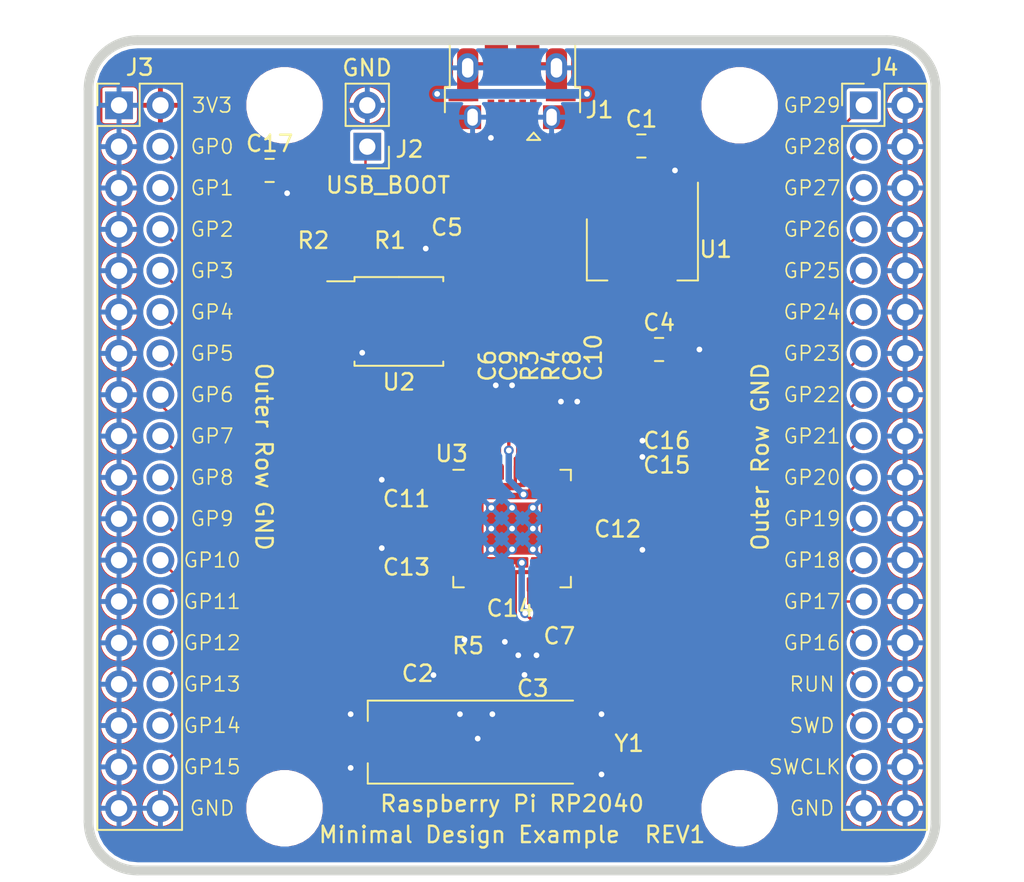
<source format=kicad_pcb>
(kicad_pcb (version 20211014) (generator pcbnew)
  (title_block (title "RP2040 Minimal Design Example") (date "2020-07-13") (rev "REV1") (company "Raspberry Pi (Trading) Ltd"))
  (layers (0 "F.Cu" signal) (31 "B.Cu" signal) (34 "B.Paste" user) (35 "F.Paste" user) (36 "B.SilkS" user "B.Silkscreen") (37 "F.SilkS" user "F.Silkscreen") (38 "B.Mask" user) (39 "F.Mask" user) (44 "Edge.Cuts" user))
  (net 0 "")
  (net 1 "GND")
  (net 2 "VBUS")
  (net 3 "/XIN")
  (net 4 "/XOUT")
  (net 5 "+3V3")
  (net 6 "+1V1")
  (net 7 "Net-(J1-Pad4)")
  (net 8 "/~{USB_BOOT}")
  (net 9 "/GPIO15")
  (net 10 "/GPIO14")
  (net 11 "/GPIO13")
  (net 12 "/GPIO12")
  (net 13 "/GPIO11")
  (net 14 "/GPIO10")
  (net 15 "/GPIO9")
  (net 16 "/GPIO8")
  (net 17 "/GPIO7")
  (net 18 "/GPIO6")
  (net 19 "/GPIO5")
  (net 20 "/GPIO4")
  (net 21 "/GPIO3")
  (net 22 "/GPIO2")
  (net 23 "/GPIO1")
  (net 24 "/GPIO0")
  (net 25 "/GPIO29_ADC3")
  (net 26 "/GPIO28_ADC2")
  (net 27 "/GPIO27_ADC1")
  (net 28 "/GPIO26_ADC0")
  (net 29 "/GPIO25")
  (net 30 "/GPIO24")
  (net 31 "/GPIO23")
  (net 32 "/GPIO22")
  (net 33 "/GPIO21")
  (net 34 "/GPIO20")
  (net 35 "/GPIO19")
  (net 36 "/GPIO18")
  (net 37 "/GPIO17")
  (net 38 "/GPIO16")
  (net 39 "/RUN")
  (net 40 "/SWD")
  (net 41 "/SWCLK")
  (net 42 "/QSPI_SS")
  (net 43 "Net-(R3-Pad2)")
  (net 44 "Net-(R4-Pad2)")
  (net 45 "/QSPI_SD3")
  (net 46 "/QSPI_SCLK")
  (net 47 "/QSPI_SD0")
  (net 48 "/QSPI_SD2")
  (net 49 "/QSPI_SD1")
  (net 50 "/USB_D+")
  (net 51 "/USB_D-")
  (net 52 "Net-(C3-Pad1)")
  (footprint "Capacitor_SMD:C_0805_2012Metric" (layer "F.Cu") (at 109.025 89)
    (fp_text reference "C4")
    (fp_text value "10u")
  )
  (footprint "RP2040_minimal:USB_Micro-B_Amphenol_10103594-0001LF_Horizontal_modified" (layer "F.Cu") (at 100 71.7 180)
    (fp_text reference "J1")
    (fp_text value "USB_B_Micro")
  )
  (footprint "Connector_PinHeader_2.54mm:PinHeader_1x02_P2.54mm_Vertical" (layer "F.Cu") (at 91.11 76.54 180)
    (fp_text reference "J2")
    (fp_text value "Conn_01x02")
  )
  (footprint "Connector_PinHeader_2.54mm:PinHeader_2x18_P2.54mm_Vertical" (layer "F.Cu") (at 75.87 74)
    (fp_text reference "J3")
    (fp_text value "Conn_02x18_Odd_Even")
  )
  (footprint "Capacitor_SMD:C_0402_1005Metric" (layer "F.Cu") (at 104 93.515 90)
    (fp_text reference "C10")
    (fp_text value "1u")
  )
  (footprint "Capacitor_SMD:C_0402_1005Metric" (layer "F.Cu") (at 103 93.515 90)
    (fp_text reference "C8")
    (fp_text value "1u")
  )
  (footprint "Capacitor_SMD:C_0402_1005Metric" (layer "F.Cu") (at 93.515 101.2 180)
    (fp_text reference "C13")
    (fp_text value "100n")
  )
  (footprint "Capacitor_SMD:C_0402_1005Metric" (layer "F.Cu") (at 96.185 82.83 180)
    (fp_text reference "C5")
    (fp_text value "100n")
  )
  (footprint "Capacitor_SMD:C_0402_1005Metric" (layer "F.Cu") (at 89.5 82.315 -90)
    (fp_text reference "R2")
    (fp_text value "DNF")
  )
  (footprint "Connector_PinHeader_2.54mm:PinHeader_2x18_P2.54mm_Vertical" (layer "F.Cu") (at 121.59 74)
    (fp_text reference "J4")
    (fp_text value "Conn_02x18_Odd_Even")
  )
  (footprint "Package_TO_SOT_SMD:SOT-223-3_TabPin2" (layer "F.Cu") (at 108 82.85 -90)
    (fp_text reference "U1")
    (fp_text value "NCP1117-3.3_SOT223")
  )
  (footprint "Package_SO:SOIC-8_5.23x5.23mm_P1.27mm" (layer "F.Cu") (at 93.05 87.275)
    (fp_text reference "U2")
    (fp_text value "W25Q128JVS")
  )
  (footprint "Capacitor_SMD:C_0402_1005Metric" (layer "F.Cu") (at 99.485 109)
    (fp_text reference "C3")
    (fp_text value "27p")
  )
  (footprint "Capacitor_SMD:C_0402_1005Metric" (layer "F.Cu") (at 91 82.315 90)
    (fp_text reference "R1")
    (fp_text value "1k")
  )
  (footprint "Capacitor_SMD:C_0402_1005Metric" (layer "F.Cu") (at 100 92.515 90)
    (fp_text reference "C9")
    (fp_text value "100n")
  )
  (footprint "Capacitor_SMD:C_0402_1005Metric" (layer "F.Cu") (at 106.485 101.2)
    (fp_text reference "C12")
    (fp_text value "100n")
  )
  (footprint "Capacitor_SMD:C_0402_1005Metric" (layer "F.Cu") (at 100.381 106.485 -90)
    (fp_text reference "C14")
    (fp_text value "100n")
  )
  (footprint "Capacitor_SMD:C_0402_1005Metric" (layer "F.Cu") (at 101 93.515 -90)
    (fp_text reference "R3")
    (fp_text value "27")
  )
  (footprint "Capacitor_SMD:C_0402_1005Metric" (layer "F.Cu") (at 101.5 106.485 -90)
    (fp_text reference "C7")
    (fp_text value "100n")
  )
  (footprint "Capacitor_SMD:C_0805_2012Metric" (layer "F.Cu") (at 107.9375 76.5)
    (fp_text reference "C1")
    (fp_text value "10u")
  )
  (footprint "Capacitor_SMD:C_0402_1005Metric" (layer "F.Cu") (at 93.515 97 180)
    (fp_text reference "C11")
    (fp_text value "100n")
  )
  (footprint "Capacitor_SMD:C_0402_1005Metric" (layer "F.Cu") (at 106.485 94.6)
    (fp_text reference "C16")
    (fp_text value "100n")
  )
  (footprint "RP2040_minimal:RP2040-QFN-56" (layer "F.Cu") (at 100 100)
    (fp_text reference "U3")
    (fp_text value "RP2040")
  )
  (footprint "Capacitor_SMD:C_0402_1005Metric" (layer "F.Cu") (at 96.515 109 180)
    (fp_text reference "C2")
    (fp_text value "27p")
  )
  (footprint "MountingHole:MountingHole_2.7mm_M2.5" (layer "F.Cu") (at 113.97 74)
    (fp_text reference "H2" hide)
    (fp_text value "MountingHole")
  )
  (footprint "Capacitor_SMD:C_0402_1005Metric" (layer "F.Cu") (at 102 93.515 -90)
    (fp_text reference "R4")
    (fp_text value "27")
  )
  (footprint "MountingHole:MountingHole_2.7mm_M2.5" (layer "F.Cu") (at 113.97 117.18)
    (fp_text reference "H3" hide)
    (fp_text value "MountingHole")
  )
  (footprint "Capacitor_SMD:C_0402_1005Metric" (layer "F.Cu") (at 99 92.515 90)
    (fp_text reference "C6")
    (fp_text value "100n")
  )
  (footprint "Capacitor_SMD:C_0402_1005Metric" (layer "F.Cu") (at 106.485 96)
    (fp_text reference "C15")
    (fp_text value "100n")
  )
  (footprint "Capacitor_SMD:C_0402_1005Metric" (layer "F.Cu") (at 98.7 107.115 -90)
    (fp_text reference "R5")
    (fp_text value "1k")
  )
  (footprint "MountingHole:MountingHole_2.7mm_M2.5" (layer "F.Cu") (at 86.03 74)
    (fp_text reference "H1" hide)
    (fp_text value "MountingHole")
  )
  (footprint "MountingHole:MountingHole_2.7mm_M2.5" (layer "F.Cu") (at 86.03 117.18)
    (fp_text reference "H4" hide)
    (fp_text value "MountingHole")
  )
  (footprint "RP2040_minimal:Crystal_SMD_HC49-US" (layer "F.Cu") (at 97.841 113.116)
    (fp_text reference "Y1")
    (fp_text value "ABLS-12.000MHZ-B4-T")
  )
  (footprint "Capacitor_SMD:C_0805_2012Metric" (layer "F.Cu") (at 85.115 78)
    (fp_text reference "C17")
    (fp_text value "10u")
  )
  (gr_line (start 123 121) (end 77 121) (layer "Edge.Cuts") (width 0.6))
  (gr_line (start 126 73) (end 126 118) (layer "Edge.Cuts") (width 0.6))
  (gr_line (start 77 70) (end 123 70) (layer "Edge.Cuts") (width 0.6))
  (gr_line (start 74 118) (end 74 73) (layer "Edge.Cuts") (width 0.6))
  (gr_arc (start 126 118) (mid 125.12132 120.12132) (end 123 121) (layer "Edge.Cuts") (width 0.6))
  (gr_arc (start 74 73) (mid 74.87868 70.87868) (end 77 70) (layer "Edge.Cuts") (width 0.6))
  (gr_arc (start 123 70) (mid 125.12132 70.87868) (end 126 73) (layer "Edge.Cuts") (width 0.6))
  (gr_arc (start 77 121) (mid 74.87868 120.12132) (end 74 118) (layer "Edge.Cuts") (width 0.6))
  (gr_text "GP1" (at 81.585 79.08) (layer "F.SilkS") (effects (font (size 0.9 0.9) (thickness 0.1))))
  (gr_text "GP2" (at 81.585 81.62) (layer "F.SilkS") (effects (font (size 0.9 0.9) (thickness 0.1))))
  (gr_text "GP3" (at 81.585 84.16) (layer "F.SilkS") (effects (font (size 0.9 0.9) (thickness 0.1))))
  (gr_text "GP4" (at 81.585 86.7) (layer "F.SilkS") (effects (font (size 0.9 0.9) (thickness 0.1))))
  (gr_text "GP5" (at 81.585 89.24) (layer "F.SilkS") (effects (font (size 0.9 0.9) (thickness 0.1))))
  (gr_text "GP6" (at 81.585 91.78) (layer "F.SilkS") (effects (font (size 0.9 0.9) (thickness 0.1))))
  (gr_text "GP7" (at 81.585 94.32) (layer "F.SilkS") (effects (font (size 0.9 0.9) (thickness 0.1))))
  (gr_text "GP8" (at 81.585 96.86) (layer "F.SilkS") (effects (font (size 0.9 0.9) (thickness 0.1))))
  (gr_text "GP9" (at 81.585 99.4) (layer "F.SilkS") (effects (font (size 0.9 0.9) (thickness 0.1))))
  (gr_text "GP11" (at 81.585 104.48) (layer "F.SilkS") (effects (font (size 0.9 0.9) (thickness 0.1))))
  (gr_text "GP10" (at 81.585 101.94) (layer "F.SilkS") (effects (font (size 0.9 0.9) (thickness 0.1))))
  (gr_text "GP12" (at 81.585 107.02) (layer "F.SilkS") (effects (font (size 0.9 0.9) (thickness 0.1))))
  (gr_text "GP13" (at 81.585 109.56) (layer "F.SilkS") (effects (font (size 0.9 0.9) (thickness 0.1))))
  (gr_text "GP15" (at 81.585 114.64) (layer "F.SilkS") (effects (font (size 0.9 0.9) (thickness 0.1))))
  (gr_text "GP14" (at 81.585 112.1) (layer "F.SilkS") (effects (font (size 0.9 0.9) (thickness 0.1))))
  (gr_text "GP28" (at 118.415 76.54) (layer "F.SilkS") (effects (font (size 0.9 0.9) (thickness 0.1))))
  (gr_text "GP27" (at 118.415 79.08) (layer "F.SilkS") (effects (font (size 0.9 0.9) (thickness 0.1))))
  (gr_text "GP26" (at 118.415 81.62) (layer "F.SilkS") (effects (font (size 0.9 0.9) (thickness 0.1))))
  (gr_text "GP25" (at 118.415 84.16) (layer "F.SilkS") (effects (font (size 0.9 0.9) (thickness 0.1))))
  (gr_text "GP24" (at 118.415 86.7) (layer "F.SilkS") (effects (font (size 0.9 0.9) (thickness 0.1))))
  (gr_text "GP23" (at 118.415 89.24) (layer "F.SilkS") (effects (font (size 0.9 0.9) (thickness 0.1))))
  (gr_text "GP21" (at 118.415 94.32) (layer "F.SilkS") (effects (font (size 0.9 0.9) (thickness 0.1))))
  (gr_text "GP20" (at 118.415 96.86) (layer "F.SilkS") (effects (font (size 0.9 0.9) (thickness 0.1))))
  (gr_text "GP19" (at 118.415 99.4) (layer "F.SilkS") (effects (font (size 0.9 0.9) (thickness 0.1))))
  (gr_text "GP17" (at 118.415 104.48) (layer "F.SilkS") (effects (font (size 0.9 0.9) (thickness 0.1))))
  (gr_text "GP22" (at 118.415 91.78) (layer "F.SilkS") (effects (font (size 0.9 0.9) (thickness 0.1))))
  (gr_text "GP18" (at 118.415 101.94) (layer "F.SilkS") (effects (font (size 0.9 0.9) (thickness 0.1))))
  (gr_text "SWCLK" (at 117.9705 114.64) (layer "F.SilkS") (effects (font (size 0.9 0.9) (thickness 0.1))))
  (gr_text "SWD" (at 118.415 112.1) (layer "F.SilkS") (effects (font (size 0.9 0.9) (thickness 0.1))))
  (gr_text "GP16" (at 118.415 107.02) (layer "F.SilkS") (effects (font (size 0.9 0.9) (thickness 0.1))))
  (gr_text "RUN" (at 118.415 109.56) (layer "F.SilkS") (effects (font (size 0.9 0.9) (thickness 0.1))))
  (gr_text "GND" (at 81.585 117.18) (layer "F.SilkS") (effects (font (size 0.9 0.9) (thickness 0.1))))
  (gr_text "GND" (at 118.415 117.18) (layer "F.SilkS") (effects (font (size 0.9 0.9) (thickness 0.1))))
  (gr_text "GP29" (at 118.415 74) (layer "F.SilkS") (effects (font (size 0.9 0.9) (thickness 0.1))))
  (gr_text "Outer Row GND" (at 84.76 95.59 270) (layer "F.SilkS") (effects (font (size 1 1))))
  (gr_text "Outer Row GND" (at 115.24 95.59 90) (layer "F.SilkS") (effects (font (size 1 1))))
  (gr_text "Raspberry Pi RP2040" (at 100 116.9) (layer "F.SilkS") (effects (font (size 1 1))))
  (gr_text "GND" (at 91.1 71.7) (layer "F.SilkS") (effects (font (size 1 1))))
  (gr_text "3V3" (at 81.585 74) (layer "F.SilkS") (effects (font (size 0.9 0.9) (thickness 0.1))))
  (gr_text "Minimal Design Example  REV1" (at 100 118.8) (layer "F.SilkS") (effects (font (size 1 1))))
  (gr_text "GP0" (at 81.585 76.54) (layer "F.SilkS") (effects (font (size 0.9 0.9) (thickness 0.1))))
  (gr_text "\nUSB_BOOT" (at 92.38 78.1) (layer "F.SilkS") (effects (font (size 1 1))))
  (segment (start 93.03 101.2) (end 92 101.2) (width 0.2) (layer "F.Cu") (net 1))
  (segment (start 96.03 109) (end 95.174 109) (width 0.2) (layer "F.Cu") (net 1))
  (segment (start 100.381 107.781984) (end 100.380994 107.78199) (width 0.2) (layer "F.Cu") (net 1))
  (segment (start 102.46 71.45) (end 102.73 71.72) (width 0.2) (layer "F.Cu") (net 1))
  (segment (start 99 103.4375) (end 99 104.6545) (width 0.15) (layer "F.Cu") (net 1))
  (segment (start 104 93.03) (end 104 92.2) (width 0.2) (layer "F.Cu") (net 1))
  (segment (start 86.19 79) (end 86.19 79.1) (width 0.15) (layer "F.Cu") (net 1))
  (segment (start 96.8 111.65) (end 96.8 110.599974) (width 0.2) (layer "F.Cu") (net 1))
  (segment (start 106.97 94.6) (end 108 94.6) (width 0.2) (layer "F.Cu") (net 1))
  (segment (start 100.96 71.45) (end 102.46 71.45) (width 0.2) (layer "F.Cu") (net 1))
  (segment (start 103 93.03) (end 103 92.2) (width 0.2) (layer "F.Cu") (net 1))
  (segment (start 100 92.03) (end 100 91.2) (width 0.2) (layer "F.Cu") (net 1))
  (segment (start 95.7 82.83) (end 95.405 82.83) (width 0.2) (layer "F.Cu") (net 1))
  (segment (start 99.04 71.45) (end 97.54 71.45) (width 0.2) (layer "F.Cu") (net 1))
  (segment (start 93.03 97) (end 92 97) (width 0.2) (layer "F.Cu") (net 1))
  (segment (start 99 104.6545) (end 97.079 106.5755) (width 0.15) (layer "F.Cu") (net 1))
  (segment (start 86.14 78.95) (end 86.19 79) (width 0.15) (layer "F.Cu") (net 1))
  (segment (start 99.5555 108.2655) (end 99.5555 108.0995) (width 0.15) (layer "F.Cu") (net 1))
  (segment (start 90.78 89.18) (end 90.8 89.2) (width 0.2) (layer "F.Cu") (net 1))
  (segment (start 108.875 76.5) (end 108.875 76.875) (width 0.2) (layer "F.Cu") (net 1))
  (segment (start 99 92.03) (end 99 91.200008) (width 0.2) (layer "F.Cu") (net 1))
  (segment (start 106.97 101.2) (end 107.075 101.305) (width 0.2) (layer "F.Cu") (net 1))
  (segment (start 89.45 89.18) (end 90.78 89.18) (width 0.2) (layer "F.Cu") (net 1))
  (segment (start 99.97 109) (end 100.7505 109) (width 0.15) (layer "F.Cu") (net 1))
  (segment (start 99.97 108.68) (end 99.5555 108.2655) (width 0.15) (layer "F.Cu") (net 1))
  (segment (start 110.05 89) (end 111.5 89) (width 0.2) (layer "F.Cu") (net 1))
  (segment (start 108.875 76.875) (end 110 78) (width 0.2) (layer "F.Cu") (net 1))
  (segment (start 100.381 106.97) (end 100.381 107.781984) (width 0.2) (layer "F.Cu") (net 1))
  (segment (start 100.7505 109) (end 100.762 108.9885) (width 0.15) (layer "F.Cu") (net 1))
  (segment (start 107.075 101.305) (end 108 101.305) (width 0.2) (layer "F.Cu") (net 1))
  (segment (start 97.54 71.45) (end 97.27 71.72) (width 0.2) (layer "F.Cu") (net 1))
  (segment (start 98.7 74.6) (end 98.7 76) (width 0.2) (layer "F.Cu") (net 1))
  (segment (start 110.3 78.3) (end 110 78) (width 0.2) (layer "F.Cu") (net 1))
  (segment (start 101.5 106.97) (end 101.5 107.782004) (width 0.2) (layer "F.Cu") (net 1))
  (segment (start 106.97 96) (end 107.6 96) (width 0.15) (layer "F.Cu") (net 1))
  (segment (start 99 113.35) (end 99 114.4) (width 0.2) (layer "F.Cu") (net 1))
  (segment (start 107.6 96) (end 108 95.6) (width 0.15) (layer "F.Cu") (net 1))
  (segment (start 99.97 109) (end 99.97 108.68) (width 0.15) (layer "F.Cu") (net 1))
  (segment (start 95.405 82.83) (end 95.375 82.8) (width 0.2) (layer "F.Cu") (net 1))
  (segment (start 86.14 78) (end 86.14 79.25) (width 0.15) (layer "F.Cu") (net 1))
  (segment (start 110.3 79.7) (end 110.3 78.3) (width 0.2) (layer "F.Cu") (net 1))
  (segment (start 97.079 106.5755) (end 97.079 106.8295) (width 0.15) (layer "F.Cu") (net 1))
  (segment (start 95.375 82.8) (end 94.7 82.8) (width 0.2) (layer "F.Cu") (net 1))
  (via (at 99.5555 106.9565) (size 0.6) (drill 0.35) (layers "F.Cu" "B.Cu") (net 1))
  (via (at 97.89 112.9) (size 0.6) (drill 0.35) (layers "F.Cu" "B.Cu") (net 1))
  (via (at 98.79 111.4) (size 0.6) (drill 0.35) (layers "F.Cu" "B.Cu") (net 1))
  (via (at 90.09 114.7) (size 0.6) (drill 0.35) (layers "F.Cu" "B.Cu") (net 1))
  (via (at 90.09 111.4) (size 0.6) (drill 0.35) (layers "F.Cu" "B.Cu") (net 1))
  (via (at 105.49 111.4) (size 0.6) (drill 0.35) (layers "F.Cu" "B.Cu") (net 1))
  (via (at 101.5 107.782004) (size 0.6) (drill 0.35) (layers "F.Cu" "B.Cu") (net 1))
  (via (at 110 78) (size 0.6) (drill 0.35) (layers "F.Cu" "B.Cu") (net 1))
  (via (at 99 91.200008) (size 0.6) (drill 0.35) (layers "F.Cu" "B.Cu") (net 1))
  (via (at 98.7 76) (size 0.6) (drill 0.35) (layers "F.Cu" "B.Cu") (net 1))
  (via (at 105.49 115.1) (size 0.6) (drill 0.35) (layers "F.Cu" "B.Cu") (net 1))
  (via (at 97.079 106.8295) (size 0.6) (drill 0.35) (layers "F.Cu" "B.Cu") (net 1))
  (via (at 94.7 82.8) (size 0.6) (drill 0.35) (layers "F.Cu" "B.Cu") (net 1))
  (via (at 103 92.2) (size 0.6) (drill 0.35) (layers "F.Cu" "B.Cu") (net 1))
  (via (at 95.174 109) (size 0.6) (drill 0.35) (layers "F.Cu" "B.Cu") (net 1))
  (via (at 100.762 108.9885) (size 0.6) (drill 0.35) (layers "F.Cu" "B.Cu") (net 1))
  (via (at 108 95.6) (size 0.6) (drill 0.35) (layers "F.Cu" "B.Cu") (net 1))
  (via (at 108 94.6) (size 0.6) (drill 0.35) (layers "F.Cu" "B.Cu") (net 1))
  (via (at 111.5 89) (size 0.6) (drill 0.35) (layers "F.Cu" "B.Cu") (net 1))
  (via (at 92 97) (size 0.6) (drill 0.35) (layers "F.Cu" "B.Cu") (net 1))
  (via (at 104 92.2) (size 0.6) (drill 0.35) (layers "F.Cu" "B.Cu") (net 1))
  (via (at 108 101.305) (size 0.6) (drill 0.35) (layers "F.Cu" "B.Cu") (net 1))
  (via (at 100.380994 107.78199) (size 0.6) (drill 0.35) (layers "F.Cu" "B.Cu") (net 1))
  (via (at 96.8 111.4) (size 0.6) (drill 0.35) (layers "F.Cu" "B.Cu") (net 1))
  (via (at 90.8 89.2) (size 0.6) (drill 0.35) (layers "F.Cu" "B.Cu") (net 1))
  (via (at 92 101.2) (size 0.6) (drill 0.35) (layers "F.Cu" "B.Cu") (net 1))
  (via (at 100 91.2) (size 0.6) (drill 0.35) (layers "F.Cu" "B.Cu") (net 1))
  (via (at 86.19 79.4) (size 0.6) (drill 0.35) (layers "F.Cu" "B.Cu") (net 1))
  (segment (start 104 93) (end 103.8 93) (width 0.2) (layer "B.Cu") (net 1))
  (segment (start 103.8 93) (end 103.299999 92.499999) (width 0.2) (layer "B.Cu") (net 1))
  (segment (start 103.299999 92.499999) (end 103 92.2) (width 0.2) (layer "B.Cu") (net 1))
  (segment (start 101.3 74.525) (end 101.3 75.5) (width 0.4) (layer "F.Cu") (net 2))
  (segment (start 101.3 75.5) (end 102.1 76.3) (width 0.4) (layer "F.Cu") (net 2))
  (segment (start 97.6505 109.6505) (end 97.6505 111.7825) (width 0.15) (layer "F.Cu") (net 3))
  (segment (start 99.4 104.937861) (end 97.8 106.537861) (width 0.15) (layer "F.Cu") (net 3))
  (segment (start 97.6505 111.7825) (end 96.317 113.116) (width 0.15) (layer "F.Cu") (net 3))
  (segment (start 96.317 113.116) (end 93.341 113.116) (width 0.15) (layer "F.Cu") (net 3))
  (segment (start 97.8 108.2) (end 97 109) (width 0.15) (layer "F.Cu") (net 3))
  (segment (start 97.8 106.537861) (end 97.8 108.2) (width 0.15) (layer "F.Cu") (net 3))
  (segment (start 97 109) (end 97.6505 109.6505) (width 0.15) (layer "F.Cu") (net 3))
  (segment (start 99.4 103.4375) (end 99.4 104.937861) (width 0.15) (layer "F.Cu") (net 3))
  (segment (start 99.8 103.4375) (end 99.8 105.1) (width 0.15) (layer "F.Cu") (net 4))
  (segment (start 99.8 105.1) (end 98.7 106.2) (width 0.15) (layer "F.Cu") (net 4))
  (segment (start 98.7 106.2) (end 98.7 106.63) (width 0.15) (layer "F.Cu") (net 4))
  (segment (start 100.381 106) (end 100.701 106) (width 0.15) (layer "F.Cu") (net 5))
  (segment (start 100 93) (end 100 93.762534) (width 0.2) (layer "F.Cu") (net 5))
  (segment (start 108 86) (end 108 89) (width 0.2) (layer "F.Cu") (net 5))
  (segment (start 102.6 96.5625) (end 102.6 97.4) (width 0.2) (layer "F.Cu") (net 5))
  (segment (start 103.4375 97.4) (end 102.6 97.4) (width 0.2) (layer "F.Cu") (net 5))
  (segment (start 100.6 96.5625) (end 100.6 95.799998) (width 0.2) (layer "F.Cu") (net 5))
  (segment (start 103.4375 101) (end 105.8 101) (width 0.2) (layer "F.Cu") (net 5))
  (segment (start 102.2 96.5625) (end 102.2 97.2) (width 0.2) (layer "F.Cu") (net 5))
  (segment (start 100.2 96.5625) (end 100.2 97.4) (width 0.2) (layer "F.Cu") (net 5))
  (segment (start 100.6 97.2) (end 100.4 97.4) (width 0.2) (layer "F.Cu") (net 5))
  (segment (start 101.096505 108.307005) (end 102.141995 108.307005) (width 0.15) (layer "F.Cu") (net 5))
  (segment (start 100.2 103.4375) (end 100.2 102.8) (width 0.2) (layer "F.Cu") (net 5))
  (segment (start 100 93.762534) (end 100.350001 94.112535) (width 0.2) (layer "F.Cu") (net 5))
  (segment (start 100.2 105.5055) (end 100.381 105.6865) (width 0.2) (layer "F.Cu") (net 5))
  (segment (start 100.2 103.4375) (end 100.2 105.5055) (width 0.2) (layer "F.Cu") (net 5))
  (segment (start 102.2 97.2) (end 102.4 97.4) (width 0.2) (layer "F.Cu") (net 5))
  (segment (start 100.9525 108.163) (end 101.096505 108.307005) (width 0.15) (layer "F.Cu") (net 5))
  (segment (start 100.701 106) (end 100.9525 106.2515) (width 0.15) (layer "F.Cu") (net 5))
  (segment (start 100.2 97.4) (end 100.2 97) (width 0.2) (layer "F.Cu") (net 5))
  (segment (start 74.7 72.9) (end 74.7 75.2) (width 0.3) (layer "F.Cu") (net 5))
  (segment (start 96.65 82.85) (end 96.67 82.83) (width 0.2) (layer "F.Cu") (net 5))
  (segment (start 102.2 96.5625) (end 102.2 96.1) (width 0.2) (layer "F.Cu") (net 5))
  (segment (start 94.2 101) (end 94 101.2) (width 0.2) (layer "F.Cu") (net 5))
  (segment (start 96.5625 97.4) (end 95.7 97.4) (width 0.2) (layer "F.Cu") (net 5))
  (segment (start 96.65 85.37) (end 96.65 82.85) (width 0.2) (layer "F.Cu") (net 5))
  (segment (start 100.6 95.799998) (end 100.350001 95.549999) (width 0.2) (layer "F.Cu") (net 5))
  (segment (start 96.5625 97.4) (end 97.4 97.4) (width 0.2) (layer "F.Cu") (net 5))
  (segment (start 100.2 95.7) (end 100.2 96.5625) (width 0.2) (layer "F.Cu") (net 5))
  (segment (start 100.2 102.8) (end 100 102.6) (width 0.2) (layer "F.Cu") (net 5))
  (segment (start 100.6 96.5625) (end 100.6 97.2) (width 0.2) (layer "F.Cu") (net 5))
  (segment (start 105.8 101) (end 106 101.2) (width 0.2) (layer "F.Cu") (net 5))
  (segment (start 102.2 96.1) (end 103.6 94.7) (width 0.2) (layer "F.Cu") (net 5))
  (segment (start 100.381 105.6865) (end 100.381 106) (width 0.2) (layer "F.Cu") (net 5))
  (segment (start 100.9525 106.2515) (end 100.9525 108.163) (width 0.15) (layer "F.Cu") (net 5))
  (segment (start 96.5625 101) (end 94.2 101) (width 0.2) (layer "F.Cu") (net 5))
  (segment (start 96.5625 101) (end 97.4 101) (width 0.2) (layer "F.Cu") (net 5))
  (segment (start 100.350001 95.549999) (end 100.2 95.7) (width 0.2) (layer "F.Cu") (net 5))
  (segment (start 103.4375 101) (end 102.6 101) (width 0.2) (layer "F.Cu") (net 5))
  (segment (start 100.350001 94.112535) (end 100.350001 95.549999) (width 0.2) (layer "F.Cu") (net 5))
  (via (at 104.6 73.3) (size 0.6) (drill 0.35) (layers "F.Cu" "B.Cu") (net 5))
  (via (at 95.4 73.3) (size 0.6) (drill 0.35) (layers "F.Cu" "B.Cu") (net 5))
  (segment (start 104.6 73.3) (end 95.4 73.3) (width 0.6) (layer "B.Cu") (net 5))
  (segment (start 99.8 96.5625) (end 99.8 95.199994) (width 0.2) (layer "F.Cu") (net 6))
  (segment (start 101.5 105.9) (end 100.8 105.2) (width 0.2) (layer "F.Cu") (net 6))
  (segment (start 100.6 103.4375) (end 100.6 105) (width 0.2) (layer "F.Cu") (net 6))
  (segment (start 100.4 98) (end 100.5 97.9) (width 0.15) (layer "F.Cu") (net 6))
  (segment (start 99.8 94.77573) (end 99.8 95.199994) (width 0.2) (layer "F.Cu") (net 6))
  (segment (start 100.5 97.9) (end 100.7 97.9) (width 0.15) (layer "F.Cu") (net 6))
  (segment (start 100.6 105) (end 100.8 105.2) (width 0.2) (layer "F.Cu") (net 6))
  (segment (start 101.5 106) (end 101.5 105.9) (width 0.2) (layer "F.Cu") (net 6))
  (segment (start 101.8 96.5625) (end 101.8 97.4) (width 0.2) (layer "F.Cu") (net 6))
  (segment (start 99 93) (end 99 93.295) (width 0.2) (layer "F.Cu") (net 6))
  (segment (start 99.8 94.095) (end 99.8 94.77573) (width 0.2) (layer "F.Cu") (net 6))
  (segment (start 99 93.295) (end 99.8 94.095) (width 0.2) (layer "F.Cu") (net 6))
  (segment (start 103 94.6) (end 103 94) (width 0.2) (layer "F.Cu") (net 6))
  (segment (start 101.8 95.8) (end 103 94.6) (width 0.2) (layer "F.Cu") (net 6))
  (segment (start 101.8 96.5625) (end 101.8 95.8) (width 0.2) (layer "F.Cu") (net 6))
  (via (at 99.8 95.199994) (size 0.6) (drill 0.35) (layers "F.Cu" "B.Cu") (net 6))
  (via (at 100.7 97.9) (size 0.6) (drill 0.35) (layers "F.Cu" "B.Cu") (net 6))
  (via (at 100.8 105.2) (size 0.6) (drill 0.35) (layers "F.Cu" "B.Cu") (net 6))
  (via (at 100.59997 102.1) (size 0.6) (drill 0.35) (layers "F.Cu" "B.Cu") (net 6))
  (segment (start 100.69 97.9) (end 100.7 97.9) (width 0.4) (layer "B.Cu") (net 6))
  (segment (start 99.8 95.199994) (end 99.8 97.01) (width 0.4) (layer "B.Cu") (net 6))
  (segment (start 99.8 97.01) (end 100.69 97.9) (width 0.4) (layer "B.Cu") (net 6))
  (segment (start 100.8 105.2) (end 100.59 104.99) (width 0.4) (layer "B.Cu") (net 6))
  (segment (start 100.59 102.10997) (end 100.59997 102.1) (width 0.4) (layer "B.Cu") (net 6))
  (segment (start 100.59 104.99) (end 100.59 102.10997) (width 0.4) (layer "B.Cu") (net 6))
  (segment (start 91 76.65) (end 91.11 76.54) (width 0.15) (layer "F.Cu") (net 8))
  (segment (start 91 81.83) (end 91 76.65) (width 0.15) (layer "F.Cu") (net 8))
  (segment (start 86.7 106.35) (end 78.41 114.64) (width 0.15) (layer "F.Cu") (net 9))
  (segment (start 96.687861 106.35) (end 86.7 106.35) (width 0.15) (layer "F.Cu") (net 9))
  (segment (start 98.6 103.4375) (end 98.6 104.437861) (width 0.15) (layer "F.Cu") (net 9))
  (segment (start 98.6 104.437861) (end 96.687861 106.35) (width 0.15) (layer "F.Cu") (net 9))
  (segment (start 84.795 105.715) (end 78.41 112.1) (width 0.15) (layer "F.Cu") (net 10))
  (segment (start 98.2 104.19) (end 96.675 105.715) (width 0.15) (layer "F.Cu") (net 10))
  (segment (start 98.2 103.4375) (end 98.2 104.19) (width 0.15) (layer "F.Cu") (net 10))
  (segment (start 96.675 105.715) (end 84.795 105.715) (width 0.15) (layer "F.Cu") (net 10))
  (segment (start 97.8 103.4375) (end 97.8 103.875) (width 0.15) (layer "F.Cu") (net 11))
  (segment (start 96.595 105.08) (end 82.89 105.08) (width 0.15) (layer "F.Cu") (net 11))
  (segment (start 97.8 103.875) (end 96.595 105.08) (width 0.15) (layer "F.Cu") (net 11))
  (segment (start 82.89 105.08) (end 78.41 109.56) (width 0.15) (layer "F.Cu") (net 11))
  (segment (start 97.3 103.5375) (end 97.0975 103.5375) (width 0.15) (layer "F.Cu") (net 12))
  (segment (start 97.0975 103.5375) (end 96.19 104.445) (width 0.15) (layer "F.Cu") (net 12))
  (segment (start 80.985 104.445) (end 78.41 107.02) (width 0.15) (layer "F.Cu") (net 12))
  (segment (start 96.19 104.445) (end 80.985 104.445) (width 0.15) (layer "F.Cu") (net 12))
  (segment (start 97.4 103.4375) (end 97.3 103.5375) (width 0.15) (layer "F.Cu") (net 12))
  (segment (start 79.08 103.81) (end 78.41 104.48) (width 0.15) (layer "F.Cu") (net 13))
  (segment (start 96.13 102.6) (end 94.92 103.81) (width 0.15) (layer "F.Cu") (net 13))
  (segment (start 94.92 103.81) (end 79.08 103.81) (width 0.15) (layer "F.Cu") (net 13))
  (segment (start 96.5625 102.6) (end 96.13 102.6) (width 0.15) (layer "F.Cu") (net 13))
  (segment (start 79.645 103.175) (end 78.41 101.94) (width 0.15) (layer "F.Cu") (net 14))
  (segment (start 96.5625 102.2) (end 95.26 102.2) (width 0.15) (layer "F.Cu") (net 14))
  (segment (start 94.285 103.175) (end 79.645 103.175) (width 0.15) (layer "F.Cu") (net 14))
  (segment (start 95.26 102.2) (end 94.285 103.175) (width 0.15) (layer "F.Cu") (net 14))
  (segment (start 94.285 102.54) (end 81.55 102.54) (width 0.15) (layer "F.Cu") (net 15))
  (segment (start 95.025 101.8) (end 94.285 102.54) (width 0.15) (layer "F.Cu") (net 15))
  (segment (start 81.55 102.54) (end 78.41 99.4) (width 0.15) (layer "F.Cu") (net 15))
  (segment (start 96.5625 101.8) (end 95.025 101.8) (width 0.15) (layer "F.Cu") (net 15))
  (segment (start 96.5625 101.4) (end 94.79 101.4) (width 0.15) (layer "F.Cu") (net 16))
  (segment (start 94.285 101.905) (end 83.455 101.905) (width 0.15) (layer "F.Cu") (net 16))
  (segment (start 94.79 101.4) (end 94.285 101.905) (width 0.15) (layer "F.Cu") (net 16))
  (segment (start 83.455 101.905) (end 78.41 96.86) (width 0.15) (layer "F.Cu") (net 16))
  (segment (start 96.5625 100.6) (end 84.69 100.6) (width 0.15) (layer "F.Cu") (net 17))
  (segment (start 84.69 100.6) (end 78.41 94.32) (width 0.15) (layer "F.Cu") (net 17))
  (segment (start 96.5625 100.2) (end 86.23 100.2) (width 0.15) (layer "F.Cu") (net 18))
  (segment (start 86.23 100.2) (end 78.41 92.38) (width 0.15) (layer "F.Cu") (net 18))
  (segment (start 78.41 92.38) (end 78.41 91.78) (width 0.15) (layer "F.Cu") (net 18))
  (segment (start 87.1 99.8) (end 79.68 92.38) (width 0.15) (layer "F.Cu") (net 19))
  (segment (start 96.5625 99.8) (end 87.1 99.8) (width 0.15) (layer "F.Cu") (net 19))
  (segment (start 79.68 92.38) (end 79.68 90.51) (width 0.15) (layer "F.Cu") (net 19))
  (segment (start 79.68 90.51) (end 78.41 89.24) (width 0.15) (layer "F.Cu") (net 19))
  (segment (start 96.5625 99.4) (end 87.97 99.4) (width 0.15) (layer "F.Cu") (net 20))
  (segment (start 87.97 99.4) (end 80.95 92.38) (width 0.15) (layer "F.Cu") (net 20))
  (segment (start 80.95 92.38) (end 80.95 89.24) (width 0.15) (layer "F.Cu") (net 20))
  (segment (start 80.95 89.24) (end 78.41 86.7) (width 0.15) (layer "F.Cu") (net 20))
  (segment (start 78.4275 84.16) (end 78.41 84.16) (width 0.15) (layer "F.Cu") (net 21))
  (segment (start 96.5625 99) (end 88.84 99) (width 0.15) (layer "F.Cu") (net 21))
  (segment (start 82.22 87.9525) (end 78.4275 84.16) (width 0.15) (layer "F.Cu") (net 21))
  (segment (start 82.22 92.38) (end 82.22 87.9525) (width 0.15) (layer "F.Cu") (net 21))
  (segment (start 88.84 99) (end 82.22 92.38) (width 0.15) (layer "F.Cu") (net 21))
  (segment (start 83.49 92.38) (end 83.49 86.6825) (width 0.15) (layer "F.Cu") (net 22))
  (segment (start 89.71 98.6) (end 83.49 92.38) (width 0.15) (layer "F.Cu") (net 22))
  (segment (start 83.49 86.6825) (end 78.4275 81.62) (width 0.15) (layer "F.Cu") (net 22))
  (segment (start 78.4275 81.62) (end 78.41 81.62) (width 0.15) (layer "F.Cu") (net 22))
  (segment (start 96.5625 98.6) (end 89.71 98.6) (width 0.15) (layer "F.Cu") (net 22))
  (segment (start 84.76 85.4125) (end 78.4275 79.08) (width 0.15) (layer "F.Cu") (net 23))
  (segment (start 90.58 98.2) (end 84.76 92.38) (width 0.15) (layer "F.Cu") (net 23))
  (segment (start 78.4275 79.08) (end 78.41 79.08) (width 0.15) (layer "F.Cu") (net 23))
  (segment (start 96.5625 98.2) (end 90.58 98.2) (width 0.15) (layer "F.Cu") (net 23))
  (segment (start 84.76 92.38) (end 84.76 85.4125) (width 0.15) (layer "F.Cu") (net 23))
  (segment (start 91.45 97.8) (end 86.03 92.38) (width 0.15) (layer "F.Cu") (net 24))
  (segment (start 96.5625 97.8) (end 91.45 97.8) (width 0.15) (layer "F.Cu") (net 24))
  (segment (start 86.03 84.16) (end 78.41 76.54) (width 0.15) (layer "F.Cu") (net 24))
  (segment (start 86.03 92.38) (end 86.03 84.16) (width 0.15) (layer "F.Cu") (net 24))
  (segment (start 121.58125 74) (end 121.59 74) (width 0.15) (layer "F.Cu") (net 25))
  (segment (start 112.065 92.38) (end 112.065 83.51625) (width 0.15) (layer "F.Cu") (net 25))
  (segment (start 112.065 83.51625) (end 121.58125 74) (width 0.15) (layer "F.Cu") (net 25))
  (segment (start 103.4375 97.8) (end 106.645 97.8) (width 0.15) (layer "F.Cu") (net 25))
  (segment (start 106.645 97.8) (end 112.065 92.38) (width 0.15) (layer "F.Cu") (net 25))
  (segment (start 103.4375 98.2) (end 107.515 98.2) (width 0.15) (layer "F.Cu") (net 26))
  (segment (start 120.93 77.2) (end 121.59 76.54) (width 0.15) (layer "F.Cu") (net 26))
  (segment (start 107.515 98.2) (end 113.335 92.38) (width 0.15) (layer "F.Cu") (net 26))
  (segment (start 113.335 84.795) (end 120.93 77.2) (width 0.15) (layer "F.Cu") (net 26))
  (segment (start 113.335 92.38) (end 113.335 84.795) (width 0.15) (layer "F.Cu") (net 26))
  (segment (start 114.605 92.38) (end 114.605 86.065) (width 0.15) (layer "F.Cu") (net 27))
  (segment (start 114.605 86.065) (end 120.92 79.75) (width 0.15) (layer "F.Cu") (net 27))
  (segment (start 103.4375 98.6) (end 108.385 98.6) (width 0.15) (layer "F.Cu") (net 27))
  (segment (start 120.92 79.75) (end 121.59 79.08) (width 0.15) (layer "F.Cu") (net 27))
  (segment (start 108.385 98.6) (end 114.605 92.38) (width 0.15) (layer "F.Cu") (net 27))
  (segment (start 103.4375 99) (end 109.2725 99) (width 0.15) (layer "F.Cu") (net 28))
  (segment (start 120.92 82.29) (end 121.59 81.62) (width 0.15) (layer "F.Cu") (net 28))
  (segment (start 109.2725 99) (end 115.875 92.3975) (width 0.15) (layer "F.Cu") (net 28))
  (segment (start 115.875 87.335) (end 120.92 82.29) (width 0.15) (layer "F.Cu") (net 28))
  (segment (start 115.875 92.3975) (end 115.875 87.335) (width 0.15) (layer "F.Cu") (net 28))
  (segment (start 103.4375 99.4) (end 110.125 99.4) (width 0.15) (layer "F.Cu") (net 29))
  (segment (start 117.145 92.38) (end 117.145 88.605) (width 0.15) (layer "F.Cu") (net 29))
  (segment (start 117.145 88.605) (end 120.92 84.83) (width 0.15) (layer "F.Cu") (net 29))
  (segment (start 120.92 84.83) (end 121.59 84.16) (width 0.15) (layer "F.Cu") (net 29))
  (segment (start 110.125 99.4) (end 117.145 92.38) (width 0.15) (layer "F.Cu") (net 29))
  (segment (start 120.92 87.37) (end 121.59 86.7) (width 0.15) (layer "F.Cu") (net 30))
  (segment (start 103.4375 99.8) (end 110.995 99.8) (width 0.15) (layer "F.Cu") (net 30))
  (segment (start 118.415 89.875) (end 120.92 87.37) (width 0.15) (layer "F.Cu") (net 30))
  (segment (start 110.995 99.8) (end 118.415 92.38) (width 0.15) (layer "F.Cu") (net 30))
  (segment (start 118.415 92.38) (end 118.415 89.875) (width 0.15) (layer "F.Cu") (net 30))
  (segment (start 105.2 100.2) (end 103.4375 100.2) (width 0.15) (layer "F.Cu") (net 31))
  (segment (start 119.685 92.38) (end 111.865 100.2) (width 0.15) (layer "F.Cu") (net 31))
  (segment (start 119.685 91.145) (end 119.685 92.38) (width 0.15) (layer "F.Cu") (net 31))
  (segment (start 111.865 100.2) (end 105.2 100.2) (width 0.15) (layer "F.Cu") (net 31))
  (segment (start 121.59 89.24) (end 119.685 91.145) (width 0.15) (layer "F.Cu") (net 31))
  (segment (start 120.32 93.05) (end 121.59 91.78) (width 0.15) (layer "F.Cu") (net 32))
  (segment (start 112.77 100.6) (end 120.32 93.05) (width 0.15) (layer "F.Cu") (net 32))
  (segment (start 103.4375 100.6) (end 112.77 100.6) (width 0.15) (layer "F.Cu") (net 32))
  (segment (start 103.4375 101.4) (end 104.56875 101.4) (width 0.15) (layer "F.Cu") (net 33))
  (segment (start 113.97 101.94) (end 120.32 95.59) (width 0.15) (layer "F.Cu") (net 33))
  (segment (start 120.32 95.59) (end 121.59 94.32) (width 0.15) (layer "F.Cu") (net 33))
  (segment (start 105.10875 101.94) (end 113.97 101.94) (width 0.15) (layer "F.Cu") (net 33))
  (segment (start 104.56875 101.4) (end 105.10875 101.94) (width 0.15) (layer "F.Cu") (net 33))
  (segment (start 105.08 102.575) (end 115.875 102.575) (width 0.15) (layer "F.Cu") (net 34))
  (segment (start 103.4375 101.8) (end 104.305 101.8) (width 0.15) (layer "F.Cu") (net 34))
  (segment (start 115.875 102.575) (end 120.32 98.13) (width 0.15) (layer "F.Cu") (net 34))
  (segment (start 104.305 101.8) (end 105.08 102.575) (width 0.15) (layer "F.Cu") (net 34))
  (segment (start 120.32 98.13) (end 121.59 96.86) (width 0.15) (layer "F.Cu") (net 34))
  (segment (start 104.07 102.2) (end 105.08 103.21) (width 0.15) (layer "F.Cu") (net 35))
  (segment (start 103.4375 102.2) (end 104.07 102.2) (width 0.15) (layer "F.Cu") (net 35))
  (segment (start 120.32 100.67) (end 121.59 99.4) (width 0.15) (layer "F.Cu") (net 35))
  (segment (start 117.78 103.21) (end 120.32 100.67) (width 0.15) (layer "F.Cu") (net 35))
  (segment (start 105.08 103.21) (end 117.78 103.21) (width 0.15) (layer "F.Cu") (net 35))
  (segment (start 119.685 103.845) (end 105.08 103.845) (width 0.15) (layer "F.Cu") (net 36))
  (segment (start 105.08 103.845) (end 103.835 102.6) (width 0.15) (layer "F.Cu") (net 36))
  (segment (start 121.59 101.94) (end 119.685 103.845) (width 0.15) (layer "F.Cu") (net 36))
  (segment (start 103.835 102.6) (end 103.4375 102.6) (width 0.15) (layer "F.Cu") (net 36))
  (segment (start 104.385181 104.48) (end 121.59 104.48) (width 0.15) (layer "F.Cu") (net 37))
  (segment (start 103.342681 103.4375) (end 104.385181 104.48) (width 0.15) (layer "F.Cu") (net 37))
  (segment (start 102.6 103.4375) (end 103.342681 103.4375) (width 0.15) (layer "F.Cu") (net 37))
  (segment (start 121.59 107.02) (end 119.685 105.115) (width 0.15) (layer "F.Cu") (net 38))
  (segment (start 102.2 104) (end 102.2 103.4375) (width 0.15) (layer "F.Cu") (net 38))
  (segment (start 103.315 105.115) (end 102.2 104) (width 0.15) (layer "F.Cu") (net 38))
  (segment (start 119.685 105.115) (end 103.315 105.115) (width 0.15) (layer "F.Cu") (net 38))
  (segment (start 121.59 109.56) (end 117.78 105.75) (width 0.15) (layer "F.Cu") (net 39))
  (segment (start 117.78 105.75) (end 103.35 105.75) (width 0.15) (layer "F.Cu") (net 39))
  (segment (start 101.8 104.2) (end 101.8 103.4375) (width 0.15) (layer "F.Cu") (net 39))
  (segment (start 103.35 105.75) (end 101.8 104.2) (width 0.15) (layer "F.Cu") (net 39))
  (segment (start 121.59 112.1) (end 115.875 106.385) (width 0.15) (layer "F.Cu") (net 40))
  (segment (start 115.875 106.385) (end 103.385 106.385) (width 0.15) (layer "F.Cu") (net 40))
  (segment (start 103.385 106.385) (end 101.4 104.4) (width 0.15) (layer "F.Cu") (net 40))
  (segment (start 101.4 104.4) (end 101.4 103.4375) (width 0.15) (layer "F.Cu") (net 40))
  (segment (start 101 104.611499) (end 101 103.4375) (width 0.15) (layer "F.Cu") (net 41))
  (segment (start 113.97 107.02) (end 103.408501 107.02) (width 0.15) (layer "F.Cu") (net 41))
  (segment (start 103.408501 107.02) (end 101 104.611499) (width 0.15) (layer "F.Cu") (net 41))
  (segment (start 121.59 114.64) (end 113.97 107.02) (width 0.15) (layer "F.Cu") (net 41))
  (segment (start 89.45 85.37) (end 88.93 85.37) (width 0.15) (layer "F.Cu") (net 42))
  (segment (start 97.4 96.6) (end 97.4 96.6275) (width 0.15) (layer "F.Cu") (net 42))
  (segment (start 88.6 91.3) (end 92.3 91.3) (width 0.15) (layer "F.Cu") (net 42))
  (segment (start 89.45 85.37) (end 89.45 82.85) (width 0.15) (layer "F.Cu") (net 42))
  (segment (start 97.4 96.4) (end 97.4 96.6) (width 0.15) (layer "F.Cu") (net 42))
  (segment (start 89.45 82.85) (end 89.5 82.8) (width 0.15) (layer "F.Cu") (net 42))
  (segment (start 92.3 91.3) (end 97.4 96.4) (width 0.15) (layer "F.Cu") (net 42))
  (segment (start 89.5 82.8) (end 91 82.8) (width 0.15) (layer "F.Cu") (net 42))
  (segment (start 87.5 90.2) (end 88.6 91.3) (width 0.15) (layer "F.Cu") (net 42))
  (segment (start 87.5 86.8) (end 87.5 90.2) (width 0.15) (layer "F.Cu") (net 42))
  (segment (start 88.93 85.37) (end 87.5 86.8) (width 0.15) (layer "F.Cu") (net 42))
  (segment (start 101 96.5625) (end 101 94) (width 0.2) (layer "F.Cu") (net 43))
  (segment (start 101.4 96.5625) (end 101.4 95.3) (width 0.2) (layer "F.Cu") (net 44))
  (segment (start 102 94.7) (end 102 94) (width 0.2) (layer "F.Cu") (net 44))
  (segment (start 101.4 95.3) (end 102 94.7) (width 0.2) (layer "F.Cu") (net 44))
  (segment (start 99.251321 94.251321) (end 97.9 92.9) (width 0.15) (layer "F.Cu") (net 45))
  (segment (start 99.4 96.125) (end 99.251321 95.976321) (width 0.15) (layer "F.Cu") (net 45))
  (segment (start 98.4 87.8) (end 97.24 86.64) (width 0.15) (layer "F.Cu") (net 45))
  (segment (start 99.4 96.5625) (end 99.4 96.125) (width 0.15) (layer "F.Cu") (net 45))
  (segment (start 97.9 92.9) (end 97.9 91.1) (width 0.15) (layer "F.Cu") (net 45))
  (segment (start 99.251321 95.976321) (end 99.251321 94.251321) (width 0.15) (layer "F.Cu") (net 45))
  (segment (start 97.9 91.1) (end 98.4 90.6) (width 0.15) (layer "F.Cu") (net 45))
  (segment (start 97.24 86.64) (end 96.65 86.64) (width 0.15) (layer "F.Cu") (net 45))
  (segment (start 98.4 90.6) (end 98.4 87.8) (width 0.15) (layer "F.Cu") (net 45))
  (segment (start 98.95131 94.75131) (end 97.3 93.1) (width 0.15) (layer "F.Cu") (net 46))
  (segment (start 97.3 93.1) (end 97.3 90.9) (width 0.15) (layer "F.Cu") (net 46))
  (segment (start 99 96.5725) (end 98.95131 96.52381) (width 0.15) (layer "F.Cu") (net 46))
  (segment (start 97.3 90.9) (end 97.8 90.4) (width 0.15) (layer "F.Cu") (net 46))
  (segment (start 97.8 88.5) (end 97.21 87.91) (width 0.15) (layer "F.Cu") (net 46))
  (segment (start 98.95131 96.52381) (end 98.95131 94.75131) (width 0.15) (layer "F.Cu") (net 46))
  (segment (start 97.21 87.91) (end 96.65 87.91) (width 0.15) (layer "F.Cu") (net 46))
  (segment (start 97.8 90.4) (end 97.8 88.5) (width 0.15) (layer "F.Cu") (net 46))
  (segment (start 96.7 93.3) (end 96.7 89.23) (width 0.15) (layer "F.Cu") (net 47))
  (segment (start 96.7 89.23) (end 96.65 89.18) (width 0.15) (layer "F.Cu") (net 47))
  (segment (start 98.6 96.5725) (end 98.6 95.2) (width 0.15) (layer "F.Cu") (net 47))
  (segment (start 98.6 95.2) (end 96.7 93.3) (width 0.15) (layer "F.Cu") (net 47))
  (segment (start 98.2 95.6) (end 90.51 87.91) (width 0.15) (layer "F.Cu") (net 48))
  (segment (start 90.51 87.91) (end 89.45 87.91) (width 0.15) (layer "F.Cu") (net 48))
  (segment (start 98.2 96.5725) (end 98.2 95.6) (width 0.15) (layer "F.Cu") (net 48))
  (segment (start 92.5 90.7) (end 89 90.7) (width 0.15) (layer "F.Cu") (net 49))
  (segment (start 89 90.7) (end 88.1 89.8) (width 0.15) (layer "F.Cu") (net 49))
  (segment (start 88.1 89.8) (end 88.1 87.5) (width 0.15) (layer "F.Cu") (net 49))
  (segment (start 97.8 96) (end 92.5 90.7) (width 0.15) (layer "F.Cu") (net 49))
  (segment (start 97.8 96.5725) (end 97.8 96) (width 0.15) (layer "F.Cu") (net 49))
  (segment (start 88.1 87.5) (end 88.96 86.64) (width 0.15) (layer "F.Cu") (net 49))
  (segment (start 88.96 86.64) (end 89.45 86.64) (width 0.15) (layer "F.Cu") (net 49))
  (segment (start 101.025 83.896752) (end 99.725 82.596752) (width 0.8) (layer "F.Cu") (net 50))
  (segment (start 100 75.8) (end 99.725 76.075) (width 0.4) (layer "F.Cu") (net 50))
  (segment (start 101 93.03) (end 101.025 93.005) (width 0.8) (layer "F.Cu") (net 50))
  (segment (start 101.025 93.005) (end 101.025 83.896752) (width 0.8) (layer "F.Cu") (net 50))
  (segment (start 100 74.525) (end 100 75.8) (width 0.4) (layer "F.Cu") (net 50))
  (segment (start 99.725 76.075) (end 99.725 76.4) (width 0.4) (layer "F.Cu") (net 50))
  (segment (start 99.725 82.596752) (end 99.725 76.4) (width 0.8) (layer "F.Cu") (net 50))
  (segment (start 100.675 82.203248) (end 100.675 76.4) (width 0.8) (layer "F.Cu") (net 51))
  (segment (start 100.65 76.375) (end 100.675 76.4) (width 0.4) (layer "F.Cu") (net 51))
  (segment (start 101.975 93.005) (end 101.975 83.503248) (width 0.8) (layer "F.Cu") (net 51))
  (segment (start 101.975 83.503248) (end 100.675 82.203248) (width 0.8) (layer "F.Cu") (net 51))
  (segment (start 102 93.03) (end 101.975 93.005) (width 0.8) (layer "F.Cu") (net 51))
  (segment (start 100.65 74.525) (end 100.65 76.375) (width 0.4) (layer "F.Cu") (net 51))
  (segment (start 98.7 108.2) (end 99 108.5) (width 0.15) (layer "F.Cu") (net 52))
  (segment (start 99 108.5) (end 99 109) (width 0.15) (layer "F.Cu") (net 52))
  (segment (start 98.0315 111.7825) (end 99.365 113.116) (width 0.15) (layer "F.Cu") (net 52))
  (segment (start 98.0315 109.771) (end 98.0315 111.7825) (width 0.15) (layer "F.Cu") (net 52))
  (segment (start 98.8025 109) (end 98.0315 109.771) (width 0.15) (layer "F.Cu") (net 52))
  (segment (start 99.365 113.116) (end 102.341 113.116) (width 0.15) (layer "F.Cu") (net 52))
  (segment (start 99 109) (end 98.8025 109) (width 0.15) (layer "F.Cu") (net 52))
  (segment (start 98.7 107.6) (end 98.7 108.2) (width 0.15) (layer "F.Cu") (net 52))
  (zone (net 2) (net_name "VBUS") (layer "F.Cu") (priority 2) (connect_pads (clearance 0.2)) (min_thickness 0.25) (fill yes (thermal_gap 0.508) (thermal_bridge_width 0.508))
    (polygon (pts (xy 108 78) (xy 106.1 78) (xy 106.1 81.6) (xy 101.7 81.6) (xy 101.7 75.8) (xy 104.3 75.8) (xy 104.3 75) (xy 108 75)))
  )
  (zone (net 6) (net_name "+1V1") (layer "F.Cu") (priority 1) (connect_pads yes (clearance 0.15)) (min_thickness 0.15) (fill yes (thermal_gap 0.508) (thermal_bridge_width 0.508))
    (polygon (pts (xy 102 98.2) (xy 98.4 98.2) (xy 98.4 101.6) (xy 101 101.6) (xy 101 102.4) (xy 100.2 102.4) (xy 100.2 102.2) (xy 97.8 102.2) (xy 97.8 97.8) (xy 100.6 97.8) (xy 100.6 97.6) (xy 101 97.6) (xy 101 97.2) (xy 102 97.2)))
  )
  (zone (net 5) (net_name "+3V3") (layer "F.Cu") (connect_pads yes (clearance 0.15)) (min_thickness 0.15) (fill yes (thermal_gap 0.508) (thermal_bridge_width 0.508))
    (polygon (pts (xy 102.8 102.8) (xy 97.2 102.8) (xy 97.2 97.2) (xy 100 97.2) (xy 100.8 97.2) (xy 102.8 97.2)))
  )
  (zone (net 5) (net_name "+3V3") (layer "F.Cu") (connect_pads (clearance 0.25)) (min_thickness 0.2) (fill yes (thermal_gap 0.3) (thermal_bridge_width 0.3))
    (polygon (pts (xy 125.5 120.5) (xy 74.5 120.5) (xy 74.5 70.5) (xy 125.5 70.5)))
    (polygon (pts (xy 120.32 74) (xy 111.43 82.89) (xy 111.43 92.415) (xy 105.715 98.13) (xy 103.81 98.13) (xy 103.81 103.845) (xy 96.19 103.845) (xy 96.19 98.13) (xy 93.015 98.13) (xy 86.665 91.78) (xy 86.665 83.525) (xy 79.68 76.54) (xy 78.41 76.54) (xy 78.41 114.64) (xy 79.68 114.64) (xy 87.3 107.02) (xy 101.905 107.02) (xy 102.54 107.655) (xy 113.335 107.655) (xy 120.32 114.64) (xy 121.59 114.64) (xy 121.59 74)))
    (polygon (pts (xy 98.8 76.2) (xy 98.8 85.2) (xy 88.4 85.2) (xy 87.1 86.4) (xy 87.1 90.4) (xy 88.6 91.8) (xy 92.1 91.8) (xy 97.1 96.8) (xy 101.1 96.8) (xy 101.1 92.2) (xy 102.9 92.2) (xy 102.9 83) (xy 101.7 81.8) (xy 101.7 76.2)))
  )
  (zone (net 1) (net_name "GND") (layer "F.Cu") (priority 1) (connect_pads (clearance 0.25)) (min_thickness 0.254) (fill yes (thermal_gap 0.5) (thermal_bridge_width 0.5))
    (polygon (pts (xy 105.99 108.6) (xy 105.99 116) (xy 89.59 116) (xy 89.59 106.7) (xy 96.69 106.7) (xy 98.79 104.6) (xy 99.99 104.6) (xy 99.99 108.6)))
  )
  (zone (net 1) (net_name "GND") (layer "B.Cu") (connect_pads (clearance 0.2)) (min_thickness 0.2) (fill yes (thermal_gap 0.3) (thermal_bridge_width 0.3))
    (polygon (pts (xy 125.5 120.5) (xy 74.5 120.5) (xy 74.5 70.5) (xy 125.5 70.5)))
  )
)
</source>
